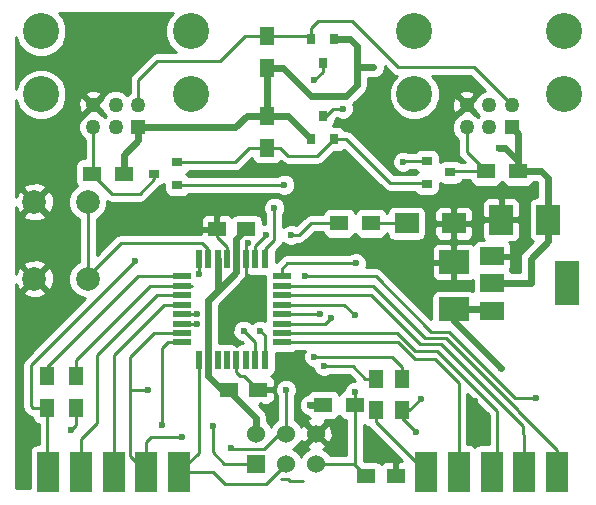
<source format=gtl>
G04 #@! TF.FileFunction,Copper,L1,Top,Signal*
%FSLAX46Y46*%
G04 Gerber Fmt 4.6, Leading zero omitted, Abs format (unit mm)*
G04 Created by KiCad (PCBNEW 4.0.7-e2-6376~58~ubuntu17.04.1) date Sun Mar  4 22:48:04 2018*
%MOMM*%
%LPD*%
G01*
G04 APERTURE LIST*
%ADD10C,0.100000*%
%ADD11R,1.270000X1.270000*%
%ADD12C,1.270000*%
%ADD13C,3.048000*%
%ADD14R,0.550000X1.600000*%
%ADD15R,1.600000X0.550000*%
%ADD16R,1.846667X3.480000*%
%ADD17R,0.900000X0.800000*%
%ADD18R,0.800000X0.900000*%
%ADD19R,2.000000X3.800000*%
%ADD20R,2.000000X1.500000*%
%ADD21R,1.300000X1.500000*%
%ADD22R,2.500000X2.000000*%
%ADD23R,2.000000X2.500000*%
%ADD24R,1.500000X1.250000*%
%ADD25R,1.500000X1.300000*%
%ADD26R,1.524000X1.524000*%
%ADD27C,1.524000*%
%ADD28R,2.000000X1.700000*%
%ADD29C,2.000000*%
%ADD30C,0.600000*%
%ADD31C,0.250000*%
%ADD32C,0.600000*%
%ADD33C,0.254000*%
G04 APERTURE END LIST*
D10*
D11*
X119105000Y-82388000D03*
D12*
X119105000Y-80483000D03*
X117200000Y-82388000D03*
X117200000Y-80483000D03*
X115295000Y-82388000D03*
X115295000Y-80483000D03*
D13*
X123550000Y-79594000D03*
X110850000Y-74260000D03*
X123550000Y-74260000D03*
X110850000Y-79594000D03*
D14*
X98200000Y-93550000D03*
X97400000Y-93550000D03*
X96600000Y-93550000D03*
X95800000Y-93550000D03*
X95000000Y-93550000D03*
X94200000Y-93550000D03*
X93400000Y-93550000D03*
X92600000Y-93550000D03*
D15*
X91150000Y-95000000D03*
X91150000Y-95800000D03*
X91150000Y-96600000D03*
X91150000Y-97400000D03*
X91150000Y-98200000D03*
X91150000Y-99000000D03*
X91150000Y-99800000D03*
X91150000Y-100600000D03*
D14*
X92600000Y-102050000D03*
X93400000Y-102050000D03*
X94200000Y-102050000D03*
X95000000Y-102050000D03*
X95800000Y-102050000D03*
X96600000Y-102050000D03*
X97400000Y-102050000D03*
X98200000Y-102050000D03*
D15*
X99650000Y-100600000D03*
X99650000Y-99800000D03*
X99650000Y-99000000D03*
X99650000Y-98200000D03*
X99650000Y-97400000D03*
X99650000Y-96600000D03*
X99650000Y-95800000D03*
X99650000Y-95000000D03*
D16*
X90940000Y-111600000D03*
X88170000Y-111600000D03*
X85400000Y-111600000D03*
X82630000Y-111600000D03*
X79860000Y-111600000D03*
X122940000Y-111600000D03*
X120170000Y-111600000D03*
X117400000Y-111600000D03*
X114630000Y-111600000D03*
X111860000Y-111600000D03*
D11*
X87505000Y-82388000D03*
D12*
X87505000Y-80483000D03*
X85600000Y-82388000D03*
X85600000Y-80483000D03*
X83695000Y-82388000D03*
X83695000Y-80483000D03*
D13*
X91950000Y-79594000D03*
X79250000Y-74260000D03*
X91950000Y-74260000D03*
X79250000Y-79594000D03*
D17*
X90800000Y-87250000D03*
X90800000Y-85350000D03*
X88800000Y-86300000D03*
X111900000Y-85250000D03*
X111900000Y-87150000D03*
X113900000Y-86200000D03*
D18*
X104050000Y-74900000D03*
X102150000Y-74900000D03*
X103100000Y-76900000D03*
X102150000Y-83400000D03*
X104050000Y-83400000D03*
X103100000Y-81400000D03*
D19*
X123750000Y-95600000D03*
D20*
X117450000Y-95600000D03*
X117450000Y-97900000D03*
X117450000Y-93300000D03*
D21*
X109800000Y-103650000D03*
X109800000Y-106350000D03*
X107600000Y-103650000D03*
X107600000Y-106350000D03*
X82200000Y-103450000D03*
X82200000Y-106150000D03*
X79800000Y-103450000D03*
X79800000Y-106150000D03*
D22*
X114200000Y-97800000D03*
X114200000Y-93800000D03*
D23*
X122200000Y-90200000D03*
X118200000Y-90200000D03*
D24*
X96650000Y-91000000D03*
X94150000Y-91000000D03*
X95150000Y-104600000D03*
X97650000Y-104600000D03*
D25*
X86250000Y-86300000D03*
X83550000Y-86300000D03*
X119650000Y-86100000D03*
X116950000Y-86100000D03*
D21*
X98400000Y-77350000D03*
X98400000Y-74650000D03*
X98400000Y-81400000D03*
X98400000Y-84100000D03*
D26*
X97460000Y-110870000D03*
D27*
X97460000Y-108330000D03*
X100000000Y-110870000D03*
X100000000Y-108330000D03*
X102540000Y-110870000D03*
X102540000Y-108330000D03*
D28*
X114200000Y-90500000D03*
X110200000Y-90500000D03*
D25*
X104500000Y-90500000D03*
X107200000Y-90500000D03*
D29*
X83200000Y-95200000D03*
X78700000Y-95200000D03*
X83200000Y-88700000D03*
X78700000Y-88700000D03*
D30*
X79300000Y-86600000D03*
X79300000Y-84200000D03*
X79300000Y-85000000D03*
X79300000Y-85800000D03*
X85600000Y-89400000D03*
X85600000Y-90200000D03*
X85600000Y-91000000D03*
X101600000Y-104100000D03*
X102400000Y-104100000D03*
X103200000Y-104100000D03*
X104000000Y-104100000D03*
X104500000Y-108200000D03*
X104500000Y-109000000D03*
X104500000Y-109800000D03*
D24*
X106800000Y-111900000D03*
X109300000Y-111900000D03*
D25*
X103150000Y-105900000D03*
X105850000Y-105900000D03*
D30*
X121200000Y-105300000D03*
X101600000Y-95000000D03*
X92600000Y-94800000D03*
X102000000Y-105900000D03*
X118200000Y-102800000D03*
X109300000Y-110500000D03*
X116015000Y-105515000D03*
X116015000Y-108600000D03*
X96000000Y-96700000D03*
X96800000Y-92200000D03*
X105900000Y-93900000D03*
X111400000Y-105400000D03*
X111000000Y-108200000D03*
X88300000Y-104600000D03*
X95300000Y-109500000D03*
X91200000Y-108600000D03*
X100000000Y-104600000D03*
X87200000Y-93700000D03*
X99000000Y-89200000D03*
X93800000Y-107700000D03*
X89500000Y-107600000D03*
X81800000Y-108000000D03*
X118000000Y-84100000D03*
X107400000Y-77300000D03*
X99850000Y-87250000D03*
X96400000Y-99600000D03*
X109900000Y-85300000D03*
X97800000Y-99600000D03*
X102400000Y-78400000D03*
X102900000Y-98200000D03*
X103800000Y-98500000D03*
X104800000Y-80800000D03*
X103200000Y-102600000D03*
X92500000Y-99000000D03*
X92500000Y-98200000D03*
X102400000Y-101800000D03*
X105800000Y-98300000D03*
X105800000Y-104800000D03*
X100400000Y-91500000D03*
X98300000Y-91500000D03*
D31*
X100300000Y-112300000D02*
X101400000Y-112300000D01*
X100200000Y-112200000D02*
X100300000Y-112300000D01*
X99600000Y-112200000D02*
X100200000Y-112200000D01*
X122940000Y-111600000D02*
X122940000Y-109740000D01*
X122940000Y-109740000D02*
X119600000Y-106400000D01*
X119600000Y-106400000D02*
X119600000Y-106300000D01*
X119600000Y-106300000D02*
X113500000Y-100200000D01*
X113500000Y-100200000D02*
X111800000Y-100200000D01*
X111800000Y-100200000D02*
X107400000Y-95800000D01*
X107400000Y-95800000D02*
X99650000Y-95800000D01*
X99650000Y-96600000D02*
X107200000Y-96600000D01*
X107200000Y-96600000D02*
X111300000Y-100700000D01*
X111300000Y-100700000D02*
X113100000Y-100700000D01*
X113100000Y-100700000D02*
X120100000Y-107700000D01*
X120100000Y-107700000D02*
X120100000Y-108360000D01*
X120100000Y-108360000D02*
X120170000Y-108430000D01*
X120170000Y-108430000D02*
X120170000Y-111600000D01*
X117400000Y-111600000D02*
X117900000Y-111100000D01*
X117900000Y-111100000D02*
X117900000Y-106400000D01*
X117900000Y-106400000D02*
X112800000Y-101300000D01*
X112800000Y-101300000D02*
X110900000Y-101300000D01*
X110900000Y-101300000D02*
X109400000Y-99800000D01*
X109400000Y-99800000D02*
X99650000Y-99800000D01*
X99650000Y-100600000D02*
X109500000Y-100600000D01*
X109500000Y-100600000D02*
X110900000Y-102000000D01*
X110900000Y-102000000D02*
X112600000Y-102000000D01*
X112600000Y-102000000D02*
X114600000Y-104000000D01*
X114600000Y-104000000D02*
X114600000Y-111570000D01*
X114600000Y-111570000D02*
X114630000Y-111600000D01*
X107600000Y-106350000D02*
X107600000Y-107340000D01*
X107600000Y-107340000D02*
X111860000Y-111600000D01*
X111800000Y-111540000D02*
X111860000Y-111600000D01*
X121200000Y-105300000D02*
X119400000Y-105300000D01*
X119400000Y-105300000D02*
X113800000Y-99700000D01*
X113800000Y-99700000D02*
X112300000Y-99700000D01*
X112300000Y-99700000D02*
X107600000Y-95000000D01*
X107600000Y-95000000D02*
X101600000Y-95000000D01*
X92600000Y-94800000D02*
X92600000Y-93550000D01*
D32*
X102000000Y-105900000D02*
X103200000Y-105900000D01*
X118200000Y-102800000D02*
X114200000Y-98800000D01*
X114200000Y-98800000D02*
X114200000Y-97800000D01*
X93400000Y-102000000D02*
X93400000Y-103400000D01*
X93400000Y-103400000D02*
X94600000Y-104600000D01*
X94600000Y-104600000D02*
X95100000Y-104600000D01*
X95100000Y-104600000D02*
X97460000Y-106960000D01*
X97460000Y-106960000D02*
X97460000Y-108330000D01*
X93400000Y-102050000D02*
X93400000Y-97000000D01*
X93400000Y-97000000D02*
X94200000Y-96200000D01*
X95800000Y-93550000D02*
X95800000Y-94600000D01*
X95800000Y-94600000D02*
X94200000Y-96200000D01*
X95800000Y-93550000D02*
X95800000Y-91850000D01*
X95800000Y-91850000D02*
X96650000Y-91000000D01*
X114200000Y-97800000D02*
X117350000Y-97800000D01*
D31*
X117350000Y-97800000D02*
X117450000Y-97900000D01*
X117400000Y-97950000D02*
X117450000Y-97900000D01*
D32*
X94200000Y-96200000D02*
X94200000Y-93550000D01*
D31*
X93400000Y-102050000D02*
X93400000Y-102850000D01*
X109300000Y-111900000D02*
X109300000Y-110500000D01*
X116015000Y-108600000D02*
X116015000Y-105515000D01*
X116100000Y-108500000D02*
X116015000Y-108585000D01*
X116015000Y-108585000D02*
X116015000Y-108600000D01*
X116100000Y-105800000D02*
X116100000Y-108500000D01*
X96600000Y-96100000D02*
X96000000Y-96700000D01*
X96600000Y-93550000D02*
X96600000Y-96100000D01*
X96600000Y-92400000D02*
X96800000Y-92200000D01*
X96600000Y-93550000D02*
X96600000Y-92400000D01*
X95800000Y-102050000D02*
X95800000Y-103100000D01*
X95800000Y-103100000D02*
X96100000Y-103400000D01*
X96100000Y-103400000D02*
X96450000Y-103400000D01*
X96450000Y-103400000D02*
X97650000Y-104600000D01*
X94150000Y-91650000D02*
X95000000Y-92500000D01*
X95000000Y-92500000D02*
X95000000Y-93550000D01*
X94150000Y-91000000D02*
X94150000Y-91650000D01*
X105900000Y-93900000D02*
X100100000Y-93900000D01*
X100100000Y-93900000D02*
X99650000Y-94350000D01*
X99650000Y-94350000D02*
X99650000Y-95000000D01*
X111400000Y-105400000D02*
X110450000Y-106350000D01*
X110450000Y-106350000D02*
X109800000Y-106350000D01*
X109800000Y-106350000D02*
X109800000Y-107000000D01*
X109800000Y-107000000D02*
X111000000Y-108200000D01*
X90940000Y-111600000D02*
X93800000Y-111600000D01*
X94800000Y-112600000D02*
X98270000Y-112600000D01*
X93800000Y-111600000D02*
X94800000Y-112600000D01*
X98270000Y-112600000D02*
X100000000Y-110870000D01*
X92600000Y-102050000D02*
X92600000Y-109940000D01*
X92600000Y-109940000D02*
X90940000Y-111600000D01*
X86800000Y-104600000D02*
X86800000Y-110230000D01*
X86800000Y-101800000D02*
X86800000Y-104600000D01*
X86800000Y-104600000D02*
X88300000Y-104600000D01*
X91150000Y-99800000D02*
X88800000Y-99800000D01*
X88800000Y-99800000D02*
X86800000Y-101800000D01*
X86800000Y-110230000D02*
X88170000Y-111600000D01*
X95300000Y-109500000D02*
X95400000Y-109600000D01*
X95400000Y-109600000D02*
X98100000Y-109600000D01*
X99370000Y-108330000D02*
X98100000Y-109600000D01*
X100000000Y-108330000D02*
X99370000Y-108330000D01*
X91200000Y-108600000D02*
X88600000Y-108600000D01*
X88600000Y-108600000D02*
X88170000Y-109030000D01*
X88170000Y-109030000D02*
X88170000Y-111600000D01*
X100000000Y-108330000D02*
X100000000Y-104600000D01*
X85400000Y-102200000D02*
X85400000Y-104600000D01*
X91150000Y-97400000D02*
X89700000Y-97400000D01*
X89700000Y-97400000D02*
X85400000Y-101700000D01*
X85400000Y-101700000D02*
X85400000Y-102200000D01*
X85400000Y-104600000D02*
X85400000Y-111600000D01*
X91150000Y-96600000D02*
X89100000Y-96600000D01*
X89100000Y-96600000D02*
X84000000Y-101700000D01*
X84000000Y-101700000D02*
X84000000Y-107400000D01*
X84000000Y-107400000D02*
X82630000Y-108770000D01*
X82630000Y-108770000D02*
X82630000Y-111600000D01*
X87200000Y-93700000D02*
X78400000Y-102500000D01*
X78400000Y-102500000D02*
X78400000Y-106000000D01*
X78400000Y-106000000D02*
X78550000Y-106150000D01*
X78550000Y-106150000D02*
X79800000Y-106150000D01*
X99000000Y-89200000D02*
X99000000Y-91900000D01*
X99000000Y-91900000D02*
X98200000Y-92700000D01*
X98200000Y-92700000D02*
X98200000Y-93550000D01*
X79800000Y-106150000D02*
X79800000Y-111540000D01*
X79800000Y-111540000D02*
X79860000Y-111600000D01*
X93800000Y-109900000D02*
X93800000Y-107700000D01*
X94770000Y-110870000D02*
X93800000Y-109900000D01*
X97460000Y-110870000D02*
X94770000Y-110870000D01*
X89500000Y-107600000D02*
X89500000Y-101100000D01*
X89500000Y-101100000D02*
X90000000Y-100600000D01*
X90000000Y-100600000D02*
X91150000Y-100600000D01*
X82200000Y-106150000D02*
X82200000Y-107600000D01*
X82200000Y-107600000D02*
X81800000Y-108000000D01*
D32*
X104050000Y-74900000D02*
X105400000Y-74900000D01*
X118000000Y-84100000D02*
X118500000Y-84100000D01*
X118500000Y-84100000D02*
X119650000Y-85250000D01*
X119650000Y-85250000D02*
X119650000Y-86100000D01*
X106000000Y-77300000D02*
X106000000Y-75500000D01*
X106000000Y-78800000D02*
X106000000Y-77300000D01*
X106000000Y-77300000D02*
X107400000Y-77300000D01*
X106000000Y-75500000D02*
X105400000Y-74900000D01*
X95688000Y-82388000D02*
X96676000Y-81400000D01*
X87505000Y-82388000D02*
X95688000Y-82388000D01*
X119650000Y-86100000D02*
X119650000Y-82933000D01*
X119650000Y-82933000D02*
X119105000Y-82388000D01*
X87505000Y-83495000D02*
X86250000Y-84750000D01*
X86250000Y-84750000D02*
X86250000Y-86300000D01*
X87505000Y-82388000D02*
X87505000Y-83495000D01*
X121600000Y-86100000D02*
X122200000Y-86700000D01*
X122200000Y-86700000D02*
X122200000Y-90200000D01*
X119650000Y-86100000D02*
X121600000Y-86100000D01*
X120700000Y-93500000D02*
X122200000Y-92000000D01*
X122200000Y-92000000D02*
X122200000Y-90200000D01*
X120700000Y-95600000D02*
X120700000Y-93500000D01*
X117450000Y-95600000D02*
X120700000Y-95600000D01*
X98400000Y-77350000D02*
X99750000Y-77350000D01*
X99750000Y-77350000D02*
X102100000Y-79700000D01*
X102100000Y-79700000D02*
X105100000Y-79700000D01*
X105100000Y-79700000D02*
X106000000Y-78800000D01*
X96676000Y-81400000D02*
X98400000Y-81400000D01*
X98400000Y-81400000D02*
X100150000Y-81400000D01*
X100150000Y-81400000D02*
X102150000Y-83400000D01*
X98400000Y-77350000D02*
X98400000Y-81400000D01*
D31*
X109500000Y-77300000D02*
X115922000Y-77300000D01*
X115922000Y-77300000D02*
X119105000Y-80483000D01*
X105600000Y-73400000D02*
X109500000Y-77300000D01*
X102700000Y-73400000D02*
X105600000Y-73400000D01*
X102150000Y-73950000D02*
X102700000Y-73400000D01*
X102150000Y-74900000D02*
X102150000Y-73950000D01*
X98400000Y-74650000D02*
X101900000Y-74650000D01*
X101900000Y-74650000D02*
X102150000Y-74900000D01*
X94400000Y-76800000D02*
X96550000Y-74650000D01*
X96550000Y-74650000D02*
X98400000Y-74650000D01*
X89100000Y-76800000D02*
X94400000Y-76800000D01*
X87505000Y-78395000D02*
X89100000Y-76800000D01*
X87505000Y-80483000D02*
X87505000Y-78395000D01*
X90800000Y-87250000D02*
X99850000Y-87250000D01*
X97400000Y-100600000D02*
X96400000Y-99600000D01*
X97400000Y-102050000D02*
X97400000Y-100600000D01*
X109900000Y-85300000D02*
X109950000Y-85250000D01*
X109950000Y-85250000D02*
X111900000Y-85250000D01*
X98200000Y-100000000D02*
X97800000Y-99600000D01*
X98200000Y-102050000D02*
X98200000Y-100000000D01*
X102400000Y-78400000D02*
X103100000Y-77700000D01*
X103100000Y-77700000D02*
X103100000Y-76900000D01*
X99650000Y-98200000D02*
X102900000Y-98200000D01*
X103800000Y-98500000D02*
X103300000Y-99000000D01*
X103300000Y-99000000D02*
X99650000Y-99000000D01*
X104800000Y-80800000D02*
X104000000Y-80800000D01*
X104000000Y-80800000D02*
X103400000Y-81400000D01*
X103400000Y-81400000D02*
X103100000Y-81400000D01*
X103200000Y-102600000D02*
X105650000Y-102600000D01*
X105650000Y-102600000D02*
X106700000Y-103650000D01*
X106700000Y-103650000D02*
X107600000Y-103650000D01*
X91150000Y-99000000D02*
X92500000Y-99000000D01*
X91150000Y-98200000D02*
X92500000Y-98200000D01*
X102400000Y-101800000D02*
X108950000Y-101800000D01*
X108950000Y-101800000D02*
X109800000Y-102650000D01*
X109800000Y-102650000D02*
X109800000Y-103650000D01*
X82200000Y-103450000D02*
X82200000Y-102100000D01*
X82200000Y-102100000D02*
X88500000Y-95800000D01*
X88500000Y-95800000D02*
X91150000Y-95800000D01*
X92000000Y-95800000D02*
X91150000Y-95800000D01*
X79800000Y-103450000D02*
X79800000Y-102700000D01*
X79800000Y-102700000D02*
X87500000Y-95000000D01*
X87500000Y-95000000D02*
X91150000Y-95000000D01*
X105800000Y-104800000D02*
X105800000Y-105850000D01*
X105800000Y-105850000D02*
X105850000Y-105900000D01*
X105730000Y-110870000D02*
X105770000Y-110870000D01*
X105770000Y-110870000D02*
X106800000Y-111900000D01*
X105800000Y-104800000D02*
X105800000Y-110800000D01*
X105800000Y-110800000D02*
X105730000Y-110870000D01*
X105730000Y-110870000D02*
X102540000Y-110870000D01*
X105800000Y-98300000D02*
X104900000Y-97400000D01*
X104900000Y-97400000D02*
X99650000Y-97400000D01*
X87600000Y-88000000D02*
X85250000Y-88000000D01*
X85250000Y-88000000D02*
X83550000Y-86300000D01*
X88800000Y-86800000D02*
X87600000Y-88000000D01*
X88800000Y-86300000D02*
X88800000Y-86800000D01*
X83695000Y-82388000D02*
X83695000Y-86155000D01*
X83695000Y-86155000D02*
X83550000Y-86300000D01*
X116950000Y-86100000D02*
X114000000Y-86100000D01*
X114000000Y-86100000D02*
X113900000Y-86200000D01*
X115295000Y-82388000D02*
X115295000Y-84445000D01*
X115295000Y-84445000D02*
X116950000Y-86100000D01*
X90800000Y-85350000D02*
X95650000Y-85350000D01*
X95650000Y-85350000D02*
X96900000Y-84100000D01*
X96900000Y-84100000D02*
X98400000Y-84100000D01*
X104050000Y-83400000D02*
X105100000Y-83400000D01*
X105100000Y-83400000D02*
X108800000Y-87100000D01*
X108800000Y-87100000D02*
X111850000Y-87100000D01*
X111850000Y-87100000D02*
X111900000Y-87150000D01*
X98400000Y-84100000D02*
X99500000Y-84100000D01*
X99500000Y-84100000D02*
X100200000Y-84800000D01*
X100200000Y-84800000D02*
X102650000Y-84800000D01*
X102650000Y-84800000D02*
X104050000Y-83400000D01*
X107200000Y-90500000D02*
X110200000Y-90500000D01*
X101100000Y-91500000D02*
X102100000Y-90500000D01*
X102100000Y-90500000D02*
X104500000Y-90500000D01*
X100400000Y-91500000D02*
X101100000Y-91500000D01*
X98300000Y-91500000D02*
X97400000Y-92400000D01*
X97400000Y-92400000D02*
X97400000Y-93550000D01*
X85200000Y-93000000D02*
X83200000Y-95000000D01*
X86000000Y-92200000D02*
X85200000Y-93000000D01*
X85200000Y-93000000D02*
X84000000Y-94200000D01*
X83200000Y-93700000D02*
X83200000Y-90500000D01*
X83200000Y-95000000D02*
X83200000Y-93700000D01*
X83200000Y-93700000D02*
X83200000Y-95200000D01*
X83200000Y-90500000D02*
X83200000Y-89300000D01*
X83200000Y-90500000D02*
X83200000Y-88700000D01*
X93400000Y-93550000D02*
X93400000Y-92700000D01*
X93400000Y-92700000D02*
X92900000Y-92200000D01*
X92900000Y-92200000D02*
X86000000Y-92200000D01*
X83200000Y-89300000D02*
X82800000Y-88900000D01*
D33*
G36*
X90120756Y-73035428D02*
X89791376Y-73828664D01*
X89790626Y-74687567D01*
X90118622Y-75481377D01*
X90676270Y-76040000D01*
X89100000Y-76040000D01*
X88809161Y-76097852D01*
X88562599Y-76262599D01*
X86967599Y-77857599D01*
X86802852Y-78104161D01*
X86745000Y-78395000D01*
X86745000Y-79447188D01*
X86552405Y-79639447D01*
X86320337Y-79406974D01*
X85853727Y-79213221D01*
X85348490Y-79212780D01*
X84881542Y-79405718D01*
X84523974Y-79762663D01*
X84473580Y-79884025D01*
X83874605Y-80483000D01*
X84473186Y-81081581D01*
X84522718Y-81201458D01*
X84756447Y-81435595D01*
X84647405Y-81544447D01*
X84415337Y-81311974D01*
X84293975Y-81261580D01*
X83695000Y-80662605D01*
X83096419Y-81261186D01*
X82976542Y-81310718D01*
X82618974Y-81667663D01*
X82425221Y-82134273D01*
X82424780Y-82639510D01*
X82617718Y-83106458D01*
X82935000Y-83424294D01*
X82935000Y-85002560D01*
X82800000Y-85002560D01*
X82564683Y-85046838D01*
X82348559Y-85185910D01*
X82203569Y-85398110D01*
X82152560Y-85650000D01*
X82152560Y-86950000D01*
X82196838Y-87185317D01*
X82278226Y-87311797D01*
X82275057Y-87313106D01*
X81814722Y-87772637D01*
X81565284Y-88373352D01*
X81564716Y-89023795D01*
X81813106Y-89624943D01*
X82272637Y-90085278D01*
X82440000Y-90154773D01*
X82440000Y-93744953D01*
X82275057Y-93813106D01*
X81814722Y-94272637D01*
X81565284Y-94873352D01*
X81564716Y-95523795D01*
X81813106Y-96124943D01*
X82272637Y-96585278D01*
X82873352Y-96834716D01*
X82990380Y-96834818D01*
X77862599Y-101962599D01*
X77697852Y-102209161D01*
X77640000Y-102500000D01*
X77640000Y-106000000D01*
X77697852Y-106290839D01*
X77862599Y-106537401D01*
X78012599Y-106687401D01*
X78259161Y-106852148D01*
X78502670Y-106900585D01*
X78546838Y-107135317D01*
X78685910Y-107351441D01*
X78898110Y-107496431D01*
X79040000Y-107525164D01*
X79040000Y-109212560D01*
X78936667Y-109212560D01*
X78701350Y-109256838D01*
X78485226Y-109395910D01*
X78340236Y-109608110D01*
X78289227Y-109860000D01*
X78289227Y-112890000D01*
X77110000Y-112890000D01*
X77110000Y-96352532D01*
X77727073Y-96352532D01*
X77825736Y-96619387D01*
X78435461Y-96845908D01*
X79085460Y-96821856D01*
X79574264Y-96619387D01*
X79672927Y-96352532D01*
X78700000Y-95379605D01*
X77727073Y-96352532D01*
X77110000Y-96352532D01*
X77110000Y-95662367D01*
X77280613Y-96074264D01*
X77547468Y-96172927D01*
X78520395Y-95200000D01*
X78879605Y-95200000D01*
X79852532Y-96172927D01*
X80119387Y-96074264D01*
X80345908Y-95464539D01*
X80321856Y-94814540D01*
X80119387Y-94325736D01*
X79852532Y-94227073D01*
X78879605Y-95200000D01*
X78520395Y-95200000D01*
X77547468Y-94227073D01*
X77280613Y-94325736D01*
X77110000Y-94784974D01*
X77110000Y-94047468D01*
X77727073Y-94047468D01*
X78700000Y-95020395D01*
X79672927Y-94047468D01*
X79574264Y-93780613D01*
X78964539Y-93554092D01*
X78314540Y-93578144D01*
X77825736Y-93780613D01*
X77727073Y-94047468D01*
X77110000Y-94047468D01*
X77110000Y-89852532D01*
X77727073Y-89852532D01*
X77825736Y-90119387D01*
X78435461Y-90345908D01*
X79085460Y-90321856D01*
X79574264Y-90119387D01*
X79672927Y-89852532D01*
X78700000Y-88879605D01*
X77727073Y-89852532D01*
X77110000Y-89852532D01*
X77110000Y-89162367D01*
X77280613Y-89574264D01*
X77547468Y-89672927D01*
X78520395Y-88700000D01*
X78879605Y-88700000D01*
X79852532Y-89672927D01*
X80119387Y-89574264D01*
X80345908Y-88964539D01*
X80321856Y-88314540D01*
X80119387Y-87825736D01*
X79852532Y-87727073D01*
X78879605Y-88700000D01*
X78520395Y-88700000D01*
X77547468Y-87727073D01*
X77280613Y-87825736D01*
X77110000Y-88284974D01*
X77110000Y-87547468D01*
X77727073Y-87547468D01*
X78700000Y-88520395D01*
X79672927Y-87547468D01*
X79574264Y-87280613D01*
X78964539Y-87054092D01*
X78314540Y-87078144D01*
X77825736Y-87280613D01*
X77727073Y-87547468D01*
X77110000Y-87547468D01*
X77110000Y-80068456D01*
X77418622Y-80815377D01*
X78025428Y-81423244D01*
X78818664Y-81752624D01*
X79677567Y-81753374D01*
X80471377Y-81425378D01*
X81079244Y-80818572D01*
X81292221Y-80305664D01*
X82412319Y-80305664D01*
X82442094Y-80810023D01*
X82577821Y-81137697D01*
X82806867Y-81191528D01*
X83515395Y-80483000D01*
X82806867Y-79774472D01*
X82577821Y-79828303D01*
X82412319Y-80305664D01*
X81292221Y-80305664D01*
X81408624Y-80025336D01*
X81408999Y-79594867D01*
X82986472Y-79594867D01*
X83695000Y-80303395D01*
X84403528Y-79594867D01*
X84349697Y-79365821D01*
X83872336Y-79200319D01*
X83367977Y-79230094D01*
X83040303Y-79365821D01*
X82986472Y-79594867D01*
X81408999Y-79594867D01*
X81409374Y-79166433D01*
X81081378Y-78372623D01*
X80474572Y-77764756D01*
X79681336Y-77435376D01*
X78822433Y-77434626D01*
X78028623Y-77762622D01*
X77420756Y-78369428D01*
X77110000Y-79117812D01*
X77110000Y-74734456D01*
X77418622Y-75481377D01*
X78025428Y-76089244D01*
X78818664Y-76418624D01*
X79677567Y-76419374D01*
X80471377Y-76091378D01*
X81079244Y-75484572D01*
X81408624Y-74691336D01*
X81409374Y-73832433D01*
X81081378Y-73038623D01*
X80753329Y-72710000D01*
X90446753Y-72710000D01*
X90120756Y-73035428D01*
X90120756Y-73035428D01*
G37*
X90120756Y-73035428D02*
X89791376Y-73828664D01*
X89790626Y-74687567D01*
X90118622Y-75481377D01*
X90676270Y-76040000D01*
X89100000Y-76040000D01*
X88809161Y-76097852D01*
X88562599Y-76262599D01*
X86967599Y-77857599D01*
X86802852Y-78104161D01*
X86745000Y-78395000D01*
X86745000Y-79447188D01*
X86552405Y-79639447D01*
X86320337Y-79406974D01*
X85853727Y-79213221D01*
X85348490Y-79212780D01*
X84881542Y-79405718D01*
X84523974Y-79762663D01*
X84473580Y-79884025D01*
X83874605Y-80483000D01*
X84473186Y-81081581D01*
X84522718Y-81201458D01*
X84756447Y-81435595D01*
X84647405Y-81544447D01*
X84415337Y-81311974D01*
X84293975Y-81261580D01*
X83695000Y-80662605D01*
X83096419Y-81261186D01*
X82976542Y-81310718D01*
X82618974Y-81667663D01*
X82425221Y-82134273D01*
X82424780Y-82639510D01*
X82617718Y-83106458D01*
X82935000Y-83424294D01*
X82935000Y-85002560D01*
X82800000Y-85002560D01*
X82564683Y-85046838D01*
X82348559Y-85185910D01*
X82203569Y-85398110D01*
X82152560Y-85650000D01*
X82152560Y-86950000D01*
X82196838Y-87185317D01*
X82278226Y-87311797D01*
X82275057Y-87313106D01*
X81814722Y-87772637D01*
X81565284Y-88373352D01*
X81564716Y-89023795D01*
X81813106Y-89624943D01*
X82272637Y-90085278D01*
X82440000Y-90154773D01*
X82440000Y-93744953D01*
X82275057Y-93813106D01*
X81814722Y-94272637D01*
X81565284Y-94873352D01*
X81564716Y-95523795D01*
X81813106Y-96124943D01*
X82272637Y-96585278D01*
X82873352Y-96834716D01*
X82990380Y-96834818D01*
X77862599Y-101962599D01*
X77697852Y-102209161D01*
X77640000Y-102500000D01*
X77640000Y-106000000D01*
X77697852Y-106290839D01*
X77862599Y-106537401D01*
X78012599Y-106687401D01*
X78259161Y-106852148D01*
X78502670Y-106900585D01*
X78546838Y-107135317D01*
X78685910Y-107351441D01*
X78898110Y-107496431D01*
X79040000Y-107525164D01*
X79040000Y-109212560D01*
X78936667Y-109212560D01*
X78701350Y-109256838D01*
X78485226Y-109395910D01*
X78340236Y-109608110D01*
X78289227Y-109860000D01*
X78289227Y-112890000D01*
X77110000Y-112890000D01*
X77110000Y-96352532D01*
X77727073Y-96352532D01*
X77825736Y-96619387D01*
X78435461Y-96845908D01*
X79085460Y-96821856D01*
X79574264Y-96619387D01*
X79672927Y-96352532D01*
X78700000Y-95379605D01*
X77727073Y-96352532D01*
X77110000Y-96352532D01*
X77110000Y-95662367D01*
X77280613Y-96074264D01*
X77547468Y-96172927D01*
X78520395Y-95200000D01*
X78879605Y-95200000D01*
X79852532Y-96172927D01*
X80119387Y-96074264D01*
X80345908Y-95464539D01*
X80321856Y-94814540D01*
X80119387Y-94325736D01*
X79852532Y-94227073D01*
X78879605Y-95200000D01*
X78520395Y-95200000D01*
X77547468Y-94227073D01*
X77280613Y-94325736D01*
X77110000Y-94784974D01*
X77110000Y-94047468D01*
X77727073Y-94047468D01*
X78700000Y-95020395D01*
X79672927Y-94047468D01*
X79574264Y-93780613D01*
X78964539Y-93554092D01*
X78314540Y-93578144D01*
X77825736Y-93780613D01*
X77727073Y-94047468D01*
X77110000Y-94047468D01*
X77110000Y-89852532D01*
X77727073Y-89852532D01*
X77825736Y-90119387D01*
X78435461Y-90345908D01*
X79085460Y-90321856D01*
X79574264Y-90119387D01*
X79672927Y-89852532D01*
X78700000Y-88879605D01*
X77727073Y-89852532D01*
X77110000Y-89852532D01*
X77110000Y-89162367D01*
X77280613Y-89574264D01*
X77547468Y-89672927D01*
X78520395Y-88700000D01*
X78879605Y-88700000D01*
X79852532Y-89672927D01*
X80119387Y-89574264D01*
X80345908Y-88964539D01*
X80321856Y-88314540D01*
X80119387Y-87825736D01*
X79852532Y-87727073D01*
X78879605Y-88700000D01*
X78520395Y-88700000D01*
X77547468Y-87727073D01*
X77280613Y-87825736D01*
X77110000Y-88284974D01*
X77110000Y-87547468D01*
X77727073Y-87547468D01*
X78700000Y-88520395D01*
X79672927Y-87547468D01*
X79574264Y-87280613D01*
X78964539Y-87054092D01*
X78314540Y-87078144D01*
X77825736Y-87280613D01*
X77727073Y-87547468D01*
X77110000Y-87547468D01*
X77110000Y-80068456D01*
X77418622Y-80815377D01*
X78025428Y-81423244D01*
X78818664Y-81752624D01*
X79677567Y-81753374D01*
X80471377Y-81425378D01*
X81079244Y-80818572D01*
X81292221Y-80305664D01*
X82412319Y-80305664D01*
X82442094Y-80810023D01*
X82577821Y-81137697D01*
X82806867Y-81191528D01*
X83515395Y-80483000D01*
X82806867Y-79774472D01*
X82577821Y-79828303D01*
X82412319Y-80305664D01*
X81292221Y-80305664D01*
X81408624Y-80025336D01*
X81408999Y-79594867D01*
X82986472Y-79594867D01*
X83695000Y-80303395D01*
X84403528Y-79594867D01*
X84349697Y-79365821D01*
X83872336Y-79200319D01*
X83367977Y-79230094D01*
X83040303Y-79365821D01*
X82986472Y-79594867D01*
X81408999Y-79594867D01*
X81409374Y-79166433D01*
X81081378Y-78372623D01*
X80474572Y-77764756D01*
X79681336Y-77435376D01*
X78822433Y-77434626D01*
X78028623Y-77762622D01*
X77420756Y-78369428D01*
X77110000Y-79117812D01*
X77110000Y-74734456D01*
X77418622Y-75481377D01*
X78025428Y-76089244D01*
X78818664Y-76418624D01*
X79677567Y-76419374D01*
X80471377Y-76091378D01*
X81079244Y-75484572D01*
X81408624Y-74691336D01*
X81409374Y-73832433D01*
X81081378Y-73038623D01*
X80753329Y-72710000D01*
X90446753Y-72710000D01*
X90120756Y-73035428D01*
G36*
X106698110Y-107696431D02*
X106950000Y-107747440D01*
X106975762Y-107747440D01*
X107062599Y-107877401D01*
X109825198Y-110640000D01*
X109585750Y-110640000D01*
X109427000Y-110798750D01*
X109427000Y-111773000D01*
X109447000Y-111773000D01*
X109447000Y-112027000D01*
X109427000Y-112027000D01*
X109427000Y-112047000D01*
X109173000Y-112047000D01*
X109173000Y-112027000D01*
X109153000Y-112027000D01*
X109153000Y-111773000D01*
X109173000Y-111773000D01*
X109173000Y-110798750D01*
X109014250Y-110640000D01*
X108423691Y-110640000D01*
X108190302Y-110736673D01*
X108049064Y-110877910D01*
X108014090Y-110823559D01*
X107801890Y-110678569D01*
X107550000Y-110627560D01*
X106602362Y-110627560D01*
X106560000Y-110585198D01*
X106560000Y-107602065D01*
X106698110Y-107696431D01*
X106698110Y-107696431D01*
G37*
X106698110Y-107696431D02*
X106950000Y-107747440D01*
X106975762Y-107747440D01*
X107062599Y-107877401D01*
X109825198Y-110640000D01*
X109585750Y-110640000D01*
X109427000Y-110798750D01*
X109427000Y-111773000D01*
X109447000Y-111773000D01*
X109447000Y-112027000D01*
X109427000Y-112027000D01*
X109427000Y-112047000D01*
X109173000Y-112047000D01*
X109173000Y-112027000D01*
X109153000Y-112027000D01*
X109153000Y-111773000D01*
X109173000Y-111773000D01*
X109173000Y-110798750D01*
X109014250Y-110640000D01*
X108423691Y-110640000D01*
X108190302Y-110736673D01*
X108049064Y-110877910D01*
X108014090Y-110823559D01*
X107801890Y-110678569D01*
X107550000Y-110627560D01*
X106602362Y-110627560D01*
X106560000Y-110585198D01*
X106560000Y-107602065D01*
X106698110Y-107696431D01*
G36*
X101465162Y-101613201D02*
X101464838Y-101985167D01*
X101606883Y-102328943D01*
X101869673Y-102592192D01*
X102213201Y-102734838D01*
X102264882Y-102734883D01*
X102264838Y-102785167D01*
X102406883Y-103128943D01*
X102669673Y-103392192D01*
X103013201Y-103534838D01*
X103385167Y-103535162D01*
X103728943Y-103393117D01*
X103762118Y-103360000D01*
X105335198Y-103360000D01*
X105840232Y-103865034D01*
X105614833Y-103864838D01*
X105271057Y-104006883D01*
X105007808Y-104269673D01*
X104865162Y-104613201D01*
X104865133Y-104646753D01*
X104864683Y-104646838D01*
X104648559Y-104785910D01*
X104503569Y-104998110D01*
X104500919Y-105011197D01*
X104364090Y-104798559D01*
X104151890Y-104653569D01*
X103900000Y-104602560D01*
X102400000Y-104602560D01*
X102164683Y-104646838D01*
X101948559Y-104785910D01*
X101826296Y-104964848D01*
X101814833Y-104964838D01*
X101471057Y-105106883D01*
X101207808Y-105369673D01*
X101065162Y-105713201D01*
X101064838Y-106085167D01*
X101206883Y-106428943D01*
X101469673Y-106692192D01*
X101813201Y-106834838D01*
X101828713Y-106834852D01*
X101935910Y-107001441D01*
X101984690Y-107034771D01*
X101808857Y-107107603D01*
X101739392Y-107349787D01*
X102540000Y-108150395D01*
X103340608Y-107349787D01*
X103296911Y-107197440D01*
X103900000Y-107197440D01*
X104135317Y-107153162D01*
X104351441Y-107014090D01*
X104496431Y-106801890D01*
X104499081Y-106788803D01*
X104635910Y-107001441D01*
X104848110Y-107146431D01*
X105040000Y-107185290D01*
X105040000Y-110110000D01*
X103737531Y-110110000D01*
X103725010Y-110079697D01*
X103332370Y-109686371D01*
X103140273Y-109606605D01*
X103271143Y-109552397D01*
X103340608Y-109310213D01*
X102540000Y-108509605D01*
X101739392Y-109310213D01*
X101808857Y-109552397D01*
X101949318Y-109602509D01*
X101749697Y-109684990D01*
X101356371Y-110077630D01*
X101270051Y-110285512D01*
X101185010Y-110079697D01*
X100792370Y-109686371D01*
X100584488Y-109600051D01*
X100790303Y-109515010D01*
X101183629Y-109122370D01*
X101263395Y-108930273D01*
X101317603Y-109061143D01*
X101559787Y-109130608D01*
X102360395Y-108330000D01*
X102719605Y-108330000D01*
X103520213Y-109130608D01*
X103762397Y-109061143D01*
X103949144Y-108537698D01*
X103921362Y-107982632D01*
X103762397Y-107598857D01*
X103520213Y-107529392D01*
X102719605Y-108330000D01*
X102360395Y-108330000D01*
X101559787Y-107529392D01*
X101317603Y-107598857D01*
X101267491Y-107739318D01*
X101185010Y-107539697D01*
X100792370Y-107146371D01*
X100760000Y-107132930D01*
X100760000Y-105162463D01*
X100792192Y-105130327D01*
X100934838Y-104786799D01*
X100935162Y-104414833D01*
X100793117Y-104071057D01*
X100530327Y-103807808D01*
X100186799Y-103665162D01*
X99814833Y-103664838D01*
X99471057Y-103806883D01*
X99207808Y-104069673D01*
X99065162Y-104413201D01*
X99064838Y-104785167D01*
X99206883Y-105128943D01*
X99240000Y-105162118D01*
X99240000Y-107132469D01*
X99209697Y-107144990D01*
X98816371Y-107537630D01*
X98730051Y-107745512D01*
X98645010Y-107539697D01*
X98395000Y-107289250D01*
X98395000Y-106960000D01*
X98323827Y-106602191D01*
X98121145Y-106298855D01*
X97682290Y-105860000D01*
X97777002Y-105860000D01*
X97777002Y-105701252D01*
X97935750Y-105860000D01*
X98526309Y-105860000D01*
X98759698Y-105763327D01*
X98938327Y-105584699D01*
X99035000Y-105351310D01*
X99035000Y-104885750D01*
X98876250Y-104727000D01*
X97777000Y-104727000D01*
X97777000Y-104747000D01*
X97523000Y-104747000D01*
X97523000Y-104727000D01*
X97503000Y-104727000D01*
X97503000Y-104473000D01*
X97523000Y-104473000D01*
X97523000Y-104453000D01*
X97777000Y-104453000D01*
X97777000Y-104473000D01*
X98876250Y-104473000D01*
X99035000Y-104314250D01*
X99035000Y-103848690D01*
X98938327Y-103615301D01*
X98759698Y-103436673D01*
X98745245Y-103430686D01*
X98926441Y-103314090D01*
X99071431Y-103101890D01*
X99122440Y-102850000D01*
X99122440Y-101522440D01*
X100450000Y-101522440D01*
X100685317Y-101478162D01*
X100868946Y-101360000D01*
X101570301Y-101360000D01*
X101465162Y-101613201D01*
X101465162Y-101613201D01*
G37*
X101465162Y-101613201D02*
X101464838Y-101985167D01*
X101606883Y-102328943D01*
X101869673Y-102592192D01*
X102213201Y-102734838D01*
X102264882Y-102734883D01*
X102264838Y-102785167D01*
X102406883Y-103128943D01*
X102669673Y-103392192D01*
X103013201Y-103534838D01*
X103385167Y-103535162D01*
X103728943Y-103393117D01*
X103762118Y-103360000D01*
X105335198Y-103360000D01*
X105840232Y-103865034D01*
X105614833Y-103864838D01*
X105271057Y-104006883D01*
X105007808Y-104269673D01*
X104865162Y-104613201D01*
X104865133Y-104646753D01*
X104864683Y-104646838D01*
X104648559Y-104785910D01*
X104503569Y-104998110D01*
X104500919Y-105011197D01*
X104364090Y-104798559D01*
X104151890Y-104653569D01*
X103900000Y-104602560D01*
X102400000Y-104602560D01*
X102164683Y-104646838D01*
X101948559Y-104785910D01*
X101826296Y-104964848D01*
X101814833Y-104964838D01*
X101471057Y-105106883D01*
X101207808Y-105369673D01*
X101065162Y-105713201D01*
X101064838Y-106085167D01*
X101206883Y-106428943D01*
X101469673Y-106692192D01*
X101813201Y-106834838D01*
X101828713Y-106834852D01*
X101935910Y-107001441D01*
X101984690Y-107034771D01*
X101808857Y-107107603D01*
X101739392Y-107349787D01*
X102540000Y-108150395D01*
X103340608Y-107349787D01*
X103296911Y-107197440D01*
X103900000Y-107197440D01*
X104135317Y-107153162D01*
X104351441Y-107014090D01*
X104496431Y-106801890D01*
X104499081Y-106788803D01*
X104635910Y-107001441D01*
X104848110Y-107146431D01*
X105040000Y-107185290D01*
X105040000Y-110110000D01*
X103737531Y-110110000D01*
X103725010Y-110079697D01*
X103332370Y-109686371D01*
X103140273Y-109606605D01*
X103271143Y-109552397D01*
X103340608Y-109310213D01*
X102540000Y-108509605D01*
X101739392Y-109310213D01*
X101808857Y-109552397D01*
X101949318Y-109602509D01*
X101749697Y-109684990D01*
X101356371Y-110077630D01*
X101270051Y-110285512D01*
X101185010Y-110079697D01*
X100792370Y-109686371D01*
X100584488Y-109600051D01*
X100790303Y-109515010D01*
X101183629Y-109122370D01*
X101263395Y-108930273D01*
X101317603Y-109061143D01*
X101559787Y-109130608D01*
X102360395Y-108330000D01*
X102719605Y-108330000D01*
X103520213Y-109130608D01*
X103762397Y-109061143D01*
X103949144Y-108537698D01*
X103921362Y-107982632D01*
X103762397Y-107598857D01*
X103520213Y-107529392D01*
X102719605Y-108330000D01*
X102360395Y-108330000D01*
X101559787Y-107529392D01*
X101317603Y-107598857D01*
X101267491Y-107739318D01*
X101185010Y-107539697D01*
X100792370Y-107146371D01*
X100760000Y-107132930D01*
X100760000Y-105162463D01*
X100792192Y-105130327D01*
X100934838Y-104786799D01*
X100935162Y-104414833D01*
X100793117Y-104071057D01*
X100530327Y-103807808D01*
X100186799Y-103665162D01*
X99814833Y-103664838D01*
X99471057Y-103806883D01*
X99207808Y-104069673D01*
X99065162Y-104413201D01*
X99064838Y-104785167D01*
X99206883Y-105128943D01*
X99240000Y-105162118D01*
X99240000Y-107132469D01*
X99209697Y-107144990D01*
X98816371Y-107537630D01*
X98730051Y-107745512D01*
X98645010Y-107539697D01*
X98395000Y-107289250D01*
X98395000Y-106960000D01*
X98323827Y-106602191D01*
X98121145Y-106298855D01*
X97682290Y-105860000D01*
X97777002Y-105860000D01*
X97777002Y-105701252D01*
X97935750Y-105860000D01*
X98526309Y-105860000D01*
X98759698Y-105763327D01*
X98938327Y-105584699D01*
X99035000Y-105351310D01*
X99035000Y-104885750D01*
X98876250Y-104727000D01*
X97777000Y-104727000D01*
X97777000Y-104747000D01*
X97523000Y-104747000D01*
X97523000Y-104727000D01*
X97503000Y-104727000D01*
X97503000Y-104473000D01*
X97523000Y-104473000D01*
X97523000Y-104453000D01*
X97777000Y-104453000D01*
X97777000Y-104473000D01*
X98876250Y-104473000D01*
X99035000Y-104314250D01*
X99035000Y-103848690D01*
X98938327Y-103615301D01*
X98759698Y-103436673D01*
X98745245Y-103430686D01*
X98926441Y-103314090D01*
X99071431Y-103101890D01*
X99122440Y-102850000D01*
X99122440Y-101522440D01*
X100450000Y-101522440D01*
X100685317Y-101478162D01*
X100868946Y-101360000D01*
X101570301Y-101360000D01*
X101465162Y-101613201D01*
G36*
X117140000Y-106714802D02*
X117140000Y-109212560D01*
X116476667Y-109212560D01*
X116241350Y-109256838D01*
X116025226Y-109395910D01*
X116016851Y-109408168D01*
X115805223Y-109263569D01*
X115553333Y-109212560D01*
X115360000Y-109212560D01*
X115360000Y-104934802D01*
X117140000Y-106714802D01*
X117140000Y-106714802D01*
G37*
X117140000Y-106714802D02*
X117140000Y-109212560D01*
X116476667Y-109212560D01*
X116241350Y-109256838D01*
X116025226Y-109395910D01*
X116016851Y-109408168D01*
X115805223Y-109263569D01*
X115553333Y-109212560D01*
X115360000Y-109212560D01*
X115360000Y-104934802D01*
X117140000Y-106714802D01*
G36*
X96791245Y-94890495D02*
X96885750Y-94985000D01*
X97001310Y-94985000D01*
X97021753Y-94976532D01*
X97125000Y-94997440D01*
X97675000Y-94997440D01*
X97804589Y-94973056D01*
X97925000Y-94997440D01*
X98202560Y-94997440D01*
X98202560Y-95275000D01*
X98226944Y-95404589D01*
X98202560Y-95525000D01*
X98202560Y-96075000D01*
X98226944Y-96204589D01*
X98202560Y-96325000D01*
X98202560Y-96875000D01*
X98226944Y-97004589D01*
X98202560Y-97125000D01*
X98202560Y-97675000D01*
X98226944Y-97804589D01*
X98202560Y-97925000D01*
X98202560Y-98475000D01*
X98226944Y-98604589D01*
X98202560Y-98725000D01*
X98202560Y-98754754D01*
X97986799Y-98665162D01*
X97614833Y-98664838D01*
X97271057Y-98806883D01*
X97099932Y-98977709D01*
X96930327Y-98807808D01*
X96586799Y-98665162D01*
X96214833Y-98664838D01*
X95871057Y-98806883D01*
X95607808Y-99069673D01*
X95465162Y-99413201D01*
X95464838Y-99785167D01*
X95606883Y-100128943D01*
X95869673Y-100392192D01*
X96213201Y-100534838D01*
X96260077Y-100534879D01*
X96327758Y-100602560D01*
X96325000Y-100602560D01*
X96219295Y-100622450D01*
X96201310Y-100615000D01*
X96085750Y-100615000D01*
X95989349Y-100711401D01*
X95873559Y-100785910D01*
X95800116Y-100893397D01*
X95739090Y-100798559D01*
X95608755Y-100709505D01*
X95514250Y-100615000D01*
X95398690Y-100615000D01*
X95378247Y-100623468D01*
X95275000Y-100602560D01*
X94725000Y-100602560D01*
X94595411Y-100626944D01*
X94475000Y-100602560D01*
X94335000Y-100602560D01*
X94335000Y-97387290D01*
X96461145Y-95261145D01*
X96645659Y-94985000D01*
X96727002Y-94985000D01*
X96727002Y-94846600D01*
X96791245Y-94890495D01*
X96791245Y-94890495D01*
G37*
X96791245Y-94890495D02*
X96885750Y-94985000D01*
X97001310Y-94985000D01*
X97021753Y-94976532D01*
X97125000Y-94997440D01*
X97675000Y-94997440D01*
X97804589Y-94973056D01*
X97925000Y-94997440D01*
X98202560Y-94997440D01*
X98202560Y-95275000D01*
X98226944Y-95404589D01*
X98202560Y-95525000D01*
X98202560Y-96075000D01*
X98226944Y-96204589D01*
X98202560Y-96325000D01*
X98202560Y-96875000D01*
X98226944Y-97004589D01*
X98202560Y-97125000D01*
X98202560Y-97675000D01*
X98226944Y-97804589D01*
X98202560Y-97925000D01*
X98202560Y-98475000D01*
X98226944Y-98604589D01*
X98202560Y-98725000D01*
X98202560Y-98754754D01*
X97986799Y-98665162D01*
X97614833Y-98664838D01*
X97271057Y-98806883D01*
X97099932Y-98977709D01*
X96930327Y-98807808D01*
X96586799Y-98665162D01*
X96214833Y-98664838D01*
X95871057Y-98806883D01*
X95607808Y-99069673D01*
X95465162Y-99413201D01*
X95464838Y-99785167D01*
X95606883Y-100128943D01*
X95869673Y-100392192D01*
X96213201Y-100534838D01*
X96260077Y-100534879D01*
X96327758Y-100602560D01*
X96325000Y-100602560D01*
X96219295Y-100622450D01*
X96201310Y-100615000D01*
X96085750Y-100615000D01*
X95989349Y-100711401D01*
X95873559Y-100785910D01*
X95800116Y-100893397D01*
X95739090Y-100798559D01*
X95608755Y-100709505D01*
X95514250Y-100615000D01*
X95398690Y-100615000D01*
X95378247Y-100623468D01*
X95275000Y-100602560D01*
X94725000Y-100602560D01*
X94595411Y-100626944D01*
X94475000Y-100602560D01*
X94335000Y-100602560D01*
X94335000Y-97387290D01*
X96461145Y-95261145D01*
X96645659Y-94985000D01*
X96727002Y-94985000D01*
X96727002Y-94846600D01*
X96791245Y-94890495D01*
G36*
X108262599Y-87637401D02*
X108509160Y-87802148D01*
X108800000Y-87860000D01*
X110894895Y-87860000D01*
X110985910Y-88001441D01*
X111198110Y-88146431D01*
X111450000Y-88197440D01*
X112350000Y-88197440D01*
X112585317Y-88153162D01*
X112801441Y-88014090D01*
X112946431Y-87801890D01*
X112997440Y-87550000D01*
X112997440Y-87059319D01*
X113198110Y-87196431D01*
X113450000Y-87247440D01*
X114350000Y-87247440D01*
X114585317Y-87203162D01*
X114801441Y-87064090D01*
X114940890Y-86860000D01*
X115573258Y-86860000D01*
X115596838Y-86985317D01*
X115735910Y-87201441D01*
X115948110Y-87346431D01*
X116200000Y-87397440D01*
X117700000Y-87397440D01*
X117935317Y-87353162D01*
X118151441Y-87214090D01*
X118296431Y-87001890D01*
X118299081Y-86988803D01*
X118435910Y-87201441D01*
X118648110Y-87346431D01*
X118900000Y-87397440D01*
X120400000Y-87397440D01*
X120635317Y-87353162D01*
X120851441Y-87214090D01*
X120973808Y-87035000D01*
X121212710Y-87035000D01*
X121265000Y-87087290D01*
X121265000Y-88302560D01*
X121200000Y-88302560D01*
X120964683Y-88346838D01*
X120748559Y-88485910D01*
X120603569Y-88698110D01*
X120552560Y-88950000D01*
X120552560Y-91450000D01*
X120596838Y-91685317D01*
X120735910Y-91901441D01*
X120878703Y-91999007D01*
X120038855Y-92838855D01*
X119836173Y-93142191D01*
X119765000Y-93500000D01*
X119765000Y-94665000D01*
X119062630Y-94665000D01*
X119053162Y-94614683D01*
X118947518Y-94450508D01*
X118988327Y-94409699D01*
X119085000Y-94176310D01*
X119085000Y-93585750D01*
X118926250Y-93427000D01*
X117577000Y-93427000D01*
X117577000Y-93447000D01*
X117323000Y-93447000D01*
X117323000Y-93427000D01*
X117303000Y-93427000D01*
X117303000Y-93173000D01*
X117323000Y-93173000D01*
X117323000Y-93153000D01*
X117577000Y-93153000D01*
X117577000Y-93173000D01*
X118926250Y-93173000D01*
X119085000Y-93014250D01*
X119085000Y-92423690D01*
X118988327Y-92190301D01*
X118883025Y-92085000D01*
X119326309Y-92085000D01*
X119559698Y-91988327D01*
X119738327Y-91809699D01*
X119835000Y-91576310D01*
X119835000Y-90485750D01*
X119676250Y-90327000D01*
X118327000Y-90327000D01*
X118327000Y-90347000D01*
X118073000Y-90347000D01*
X118073000Y-90327000D01*
X116723750Y-90327000D01*
X116565000Y-90485750D01*
X116565000Y-91576310D01*
X116661673Y-91809699D01*
X116766975Y-91915000D01*
X116323691Y-91915000D01*
X116090302Y-92011673D01*
X115911673Y-92190301D01*
X115860901Y-92312875D01*
X115809699Y-92261673D01*
X115576310Y-92165000D01*
X114485750Y-92165000D01*
X114327000Y-92323750D01*
X114327000Y-93673000D01*
X114347000Y-93673000D01*
X114347000Y-93927000D01*
X114327000Y-93927000D01*
X114327000Y-95276250D01*
X114485750Y-95435000D01*
X115576310Y-95435000D01*
X115802560Y-95341284D01*
X115802560Y-96272354D01*
X115701890Y-96203569D01*
X115450000Y-96152560D01*
X112950000Y-96152560D01*
X112714683Y-96196838D01*
X112498559Y-96335910D01*
X112353569Y-96548110D01*
X112302560Y-96800000D01*
X112302560Y-98627758D01*
X108137401Y-94462599D01*
X107890839Y-94297852D01*
X107600000Y-94240000D01*
X106771223Y-94240000D01*
X106834838Y-94086799D01*
X106834838Y-94085750D01*
X112315000Y-94085750D01*
X112315000Y-94926309D01*
X112411673Y-95159698D01*
X112590301Y-95338327D01*
X112823690Y-95435000D01*
X113914250Y-95435000D01*
X114073000Y-95276250D01*
X114073000Y-93927000D01*
X112473750Y-93927000D01*
X112315000Y-94085750D01*
X106834838Y-94085750D01*
X106835162Y-93714833D01*
X106693117Y-93371057D01*
X106430327Y-93107808D01*
X106086799Y-92965162D01*
X105714833Y-92964838D01*
X105371057Y-93106883D01*
X105337882Y-93140000D01*
X100100000Y-93140000D01*
X99809161Y-93197852D01*
X99562599Y-93362599D01*
X99122440Y-93802758D01*
X99122440Y-92852362D01*
X99301111Y-92673691D01*
X112315000Y-92673691D01*
X112315000Y-93514250D01*
X112473750Y-93673000D01*
X114073000Y-93673000D01*
X114073000Y-92323750D01*
X113914250Y-92165000D01*
X112823690Y-92165000D01*
X112590301Y-92261673D01*
X112411673Y-92440302D01*
X112315000Y-92673691D01*
X99301111Y-92673691D01*
X99537401Y-92437401D01*
X99702148Y-92190839D01*
X99713172Y-92135418D01*
X99869673Y-92292192D01*
X100213201Y-92434838D01*
X100585167Y-92435162D01*
X100928943Y-92293117D01*
X100962118Y-92260000D01*
X101100000Y-92260000D01*
X101390839Y-92202148D01*
X101637401Y-92037401D01*
X102414802Y-91260000D01*
X103123258Y-91260000D01*
X103146838Y-91385317D01*
X103285910Y-91601441D01*
X103498110Y-91746431D01*
X103750000Y-91797440D01*
X105250000Y-91797440D01*
X105485317Y-91753162D01*
X105701441Y-91614090D01*
X105846431Y-91401890D01*
X105849081Y-91388803D01*
X105985910Y-91601441D01*
X106198110Y-91746431D01*
X106450000Y-91797440D01*
X107950000Y-91797440D01*
X108185317Y-91753162D01*
X108401441Y-91614090D01*
X108546431Y-91401890D01*
X108554669Y-91361209D01*
X108596838Y-91585317D01*
X108735910Y-91801441D01*
X108948110Y-91946431D01*
X109200000Y-91997440D01*
X111200000Y-91997440D01*
X111435317Y-91953162D01*
X111651441Y-91814090D01*
X111796431Y-91601890D01*
X111847440Y-91350000D01*
X111847440Y-90785750D01*
X112565000Y-90785750D01*
X112565000Y-91476310D01*
X112661673Y-91709699D01*
X112840302Y-91888327D01*
X113073691Y-91985000D01*
X113914250Y-91985000D01*
X114073000Y-91826250D01*
X114073000Y-90627000D01*
X114327000Y-90627000D01*
X114327000Y-91826250D01*
X114485750Y-91985000D01*
X115326309Y-91985000D01*
X115559698Y-91888327D01*
X115738327Y-91709699D01*
X115835000Y-91476310D01*
X115835000Y-90785750D01*
X115676250Y-90627000D01*
X114327000Y-90627000D01*
X114073000Y-90627000D01*
X112723750Y-90627000D01*
X112565000Y-90785750D01*
X111847440Y-90785750D01*
X111847440Y-89650000D01*
X111823674Y-89523690D01*
X112565000Y-89523690D01*
X112565000Y-90214250D01*
X112723750Y-90373000D01*
X114073000Y-90373000D01*
X114073000Y-89173750D01*
X114327000Y-89173750D01*
X114327000Y-90373000D01*
X115676250Y-90373000D01*
X115835000Y-90214250D01*
X115835000Y-89523690D01*
X115738327Y-89290301D01*
X115559698Y-89111673D01*
X115326309Y-89015000D01*
X114485750Y-89015000D01*
X114327000Y-89173750D01*
X114073000Y-89173750D01*
X113914250Y-89015000D01*
X113073691Y-89015000D01*
X112840302Y-89111673D01*
X112661673Y-89290301D01*
X112565000Y-89523690D01*
X111823674Y-89523690D01*
X111803162Y-89414683D01*
X111664090Y-89198559D01*
X111451890Y-89053569D01*
X111200000Y-89002560D01*
X109200000Y-89002560D01*
X108964683Y-89046838D01*
X108748559Y-89185910D01*
X108603569Y-89398110D01*
X108556317Y-89631449D01*
X108553162Y-89614683D01*
X108414090Y-89398559D01*
X108201890Y-89253569D01*
X107950000Y-89202560D01*
X106450000Y-89202560D01*
X106214683Y-89246838D01*
X105998559Y-89385910D01*
X105853569Y-89598110D01*
X105850919Y-89611197D01*
X105714090Y-89398559D01*
X105501890Y-89253569D01*
X105250000Y-89202560D01*
X103750000Y-89202560D01*
X103514683Y-89246838D01*
X103298559Y-89385910D01*
X103153569Y-89598110D01*
X103124836Y-89740000D01*
X102100000Y-89740000D01*
X101809161Y-89797852D01*
X101562599Y-89962599D01*
X100850526Y-90674672D01*
X100586799Y-90565162D01*
X100214833Y-90564838D01*
X99871057Y-90706883D01*
X99760000Y-90817746D01*
X99760000Y-89762463D01*
X99792192Y-89730327D01*
X99934838Y-89386799D01*
X99935162Y-89014833D01*
X99856184Y-88823690D01*
X116565000Y-88823690D01*
X116565000Y-89914250D01*
X116723750Y-90073000D01*
X118073000Y-90073000D01*
X118073000Y-88473750D01*
X118327000Y-88473750D01*
X118327000Y-90073000D01*
X119676250Y-90073000D01*
X119835000Y-89914250D01*
X119835000Y-88823690D01*
X119738327Y-88590301D01*
X119559698Y-88411673D01*
X119326309Y-88315000D01*
X118485750Y-88315000D01*
X118327000Y-88473750D01*
X118073000Y-88473750D01*
X117914250Y-88315000D01*
X117073691Y-88315000D01*
X116840302Y-88411673D01*
X116661673Y-88590301D01*
X116565000Y-88823690D01*
X99856184Y-88823690D01*
X99793117Y-88671057D01*
X99530327Y-88407808D01*
X99186799Y-88265162D01*
X98814833Y-88264838D01*
X98471057Y-88406883D01*
X98207808Y-88669673D01*
X98065162Y-89013201D01*
X98064838Y-89385167D01*
X98206883Y-89728943D01*
X98240000Y-89762118D01*
X98240000Y-90564947D01*
X98114833Y-90564838D01*
X98047440Y-90592684D01*
X98047440Y-90375000D01*
X98003162Y-90139683D01*
X97864090Y-89923559D01*
X97651890Y-89778569D01*
X97400000Y-89727560D01*
X95900000Y-89727560D01*
X95664683Y-89771838D01*
X95448559Y-89910910D01*
X95402031Y-89979006D01*
X95259698Y-89836673D01*
X95026309Y-89740000D01*
X94435750Y-89740000D01*
X94277000Y-89898750D01*
X94277000Y-90873000D01*
X94297000Y-90873000D01*
X94297000Y-91127000D01*
X94277000Y-91127000D01*
X94277000Y-91147000D01*
X94023000Y-91147000D01*
X94023000Y-91127000D01*
X92923750Y-91127000D01*
X92765000Y-91285750D01*
X92765000Y-91440000D01*
X86000000Y-91440000D01*
X85709161Y-91497852D01*
X85462599Y-91662599D01*
X83960000Y-93165198D01*
X83960000Y-90248690D01*
X92765000Y-90248690D01*
X92765000Y-90714250D01*
X92923750Y-90873000D01*
X94023000Y-90873000D01*
X94023000Y-89898750D01*
X93864250Y-89740000D01*
X93273691Y-89740000D01*
X93040302Y-89836673D01*
X92861673Y-90015301D01*
X92765000Y-90248690D01*
X83960000Y-90248690D01*
X83960000Y-90155047D01*
X84124943Y-90086894D01*
X84585278Y-89627363D01*
X84834716Y-89026648D01*
X84835072Y-88619234D01*
X84959161Y-88702148D01*
X85250000Y-88760000D01*
X87600000Y-88760000D01*
X87890839Y-88702148D01*
X88137401Y-88537401D01*
X89337401Y-87337401D01*
X89342297Y-87330073D01*
X89485317Y-87303162D01*
X89701441Y-87164090D01*
X89702560Y-87162452D01*
X89702560Y-87650000D01*
X89746838Y-87885317D01*
X89885910Y-88101441D01*
X90098110Y-88246431D01*
X90350000Y-88297440D01*
X91250000Y-88297440D01*
X91485317Y-88253162D01*
X91701441Y-88114090D01*
X91772563Y-88010000D01*
X99287537Y-88010000D01*
X99319673Y-88042192D01*
X99663201Y-88184838D01*
X100035167Y-88185162D01*
X100378943Y-88043117D01*
X100642192Y-87780327D01*
X100784838Y-87436799D01*
X100785162Y-87064833D01*
X100643117Y-86721057D01*
X100380327Y-86457808D01*
X100036799Y-86315162D01*
X99664833Y-86314838D01*
X99321057Y-86456883D01*
X99287882Y-86490000D01*
X91772931Y-86490000D01*
X91714090Y-86398559D01*
X91568917Y-86299367D01*
X91701441Y-86214090D01*
X91772563Y-86110000D01*
X95650000Y-86110000D01*
X95940839Y-86052148D01*
X96187401Y-85887401D01*
X97121919Y-84952883D01*
X97146838Y-85085317D01*
X97285910Y-85301441D01*
X97498110Y-85446431D01*
X97750000Y-85497440D01*
X99050000Y-85497440D01*
X99285317Y-85453162D01*
X99501441Y-85314090D01*
X99557395Y-85232198D01*
X99662598Y-85337401D01*
X99814436Y-85438855D01*
X99909161Y-85502148D01*
X100200000Y-85560000D01*
X102650000Y-85560000D01*
X102940839Y-85502148D01*
X103187401Y-85337401D01*
X104027362Y-84497440D01*
X104450000Y-84497440D01*
X104685317Y-84453162D01*
X104901441Y-84314090D01*
X104916804Y-84291606D01*
X108262599Y-87637401D01*
X108262599Y-87637401D01*
G37*
X108262599Y-87637401D02*
X108509160Y-87802148D01*
X108800000Y-87860000D01*
X110894895Y-87860000D01*
X110985910Y-88001441D01*
X111198110Y-88146431D01*
X111450000Y-88197440D01*
X112350000Y-88197440D01*
X112585317Y-88153162D01*
X112801441Y-88014090D01*
X112946431Y-87801890D01*
X112997440Y-87550000D01*
X112997440Y-87059319D01*
X113198110Y-87196431D01*
X113450000Y-87247440D01*
X114350000Y-87247440D01*
X114585317Y-87203162D01*
X114801441Y-87064090D01*
X114940890Y-86860000D01*
X115573258Y-86860000D01*
X115596838Y-86985317D01*
X115735910Y-87201441D01*
X115948110Y-87346431D01*
X116200000Y-87397440D01*
X117700000Y-87397440D01*
X117935317Y-87353162D01*
X118151441Y-87214090D01*
X118296431Y-87001890D01*
X118299081Y-86988803D01*
X118435910Y-87201441D01*
X118648110Y-87346431D01*
X118900000Y-87397440D01*
X120400000Y-87397440D01*
X120635317Y-87353162D01*
X120851441Y-87214090D01*
X120973808Y-87035000D01*
X121212710Y-87035000D01*
X121265000Y-87087290D01*
X121265000Y-88302560D01*
X121200000Y-88302560D01*
X120964683Y-88346838D01*
X120748559Y-88485910D01*
X120603569Y-88698110D01*
X120552560Y-88950000D01*
X120552560Y-91450000D01*
X120596838Y-91685317D01*
X120735910Y-91901441D01*
X120878703Y-91999007D01*
X120038855Y-92838855D01*
X119836173Y-93142191D01*
X119765000Y-93500000D01*
X119765000Y-94665000D01*
X119062630Y-94665000D01*
X119053162Y-94614683D01*
X118947518Y-94450508D01*
X118988327Y-94409699D01*
X119085000Y-94176310D01*
X119085000Y-93585750D01*
X118926250Y-93427000D01*
X117577000Y-93427000D01*
X117577000Y-93447000D01*
X117323000Y-93447000D01*
X117323000Y-93427000D01*
X117303000Y-93427000D01*
X117303000Y-93173000D01*
X117323000Y-93173000D01*
X117323000Y-93153000D01*
X117577000Y-93153000D01*
X117577000Y-93173000D01*
X118926250Y-93173000D01*
X119085000Y-93014250D01*
X119085000Y-92423690D01*
X118988327Y-92190301D01*
X118883025Y-92085000D01*
X119326309Y-92085000D01*
X119559698Y-91988327D01*
X119738327Y-91809699D01*
X119835000Y-91576310D01*
X119835000Y-90485750D01*
X119676250Y-90327000D01*
X118327000Y-90327000D01*
X118327000Y-90347000D01*
X118073000Y-90347000D01*
X118073000Y-90327000D01*
X116723750Y-90327000D01*
X116565000Y-90485750D01*
X116565000Y-91576310D01*
X116661673Y-91809699D01*
X116766975Y-91915000D01*
X116323691Y-91915000D01*
X116090302Y-92011673D01*
X115911673Y-92190301D01*
X115860901Y-92312875D01*
X115809699Y-92261673D01*
X115576310Y-92165000D01*
X114485750Y-92165000D01*
X114327000Y-92323750D01*
X114327000Y-93673000D01*
X114347000Y-93673000D01*
X114347000Y-93927000D01*
X114327000Y-93927000D01*
X114327000Y-95276250D01*
X114485750Y-95435000D01*
X115576310Y-95435000D01*
X115802560Y-95341284D01*
X115802560Y-96272354D01*
X115701890Y-96203569D01*
X115450000Y-96152560D01*
X112950000Y-96152560D01*
X112714683Y-96196838D01*
X112498559Y-96335910D01*
X112353569Y-96548110D01*
X112302560Y-96800000D01*
X112302560Y-98627758D01*
X108137401Y-94462599D01*
X107890839Y-94297852D01*
X107600000Y-94240000D01*
X106771223Y-94240000D01*
X106834838Y-94086799D01*
X106834838Y-94085750D01*
X112315000Y-94085750D01*
X112315000Y-94926309D01*
X112411673Y-95159698D01*
X112590301Y-95338327D01*
X112823690Y-95435000D01*
X113914250Y-95435000D01*
X114073000Y-95276250D01*
X114073000Y-93927000D01*
X112473750Y-93927000D01*
X112315000Y-94085750D01*
X106834838Y-94085750D01*
X106835162Y-93714833D01*
X106693117Y-93371057D01*
X106430327Y-93107808D01*
X106086799Y-92965162D01*
X105714833Y-92964838D01*
X105371057Y-93106883D01*
X105337882Y-93140000D01*
X100100000Y-93140000D01*
X99809161Y-93197852D01*
X99562599Y-93362599D01*
X99122440Y-93802758D01*
X99122440Y-92852362D01*
X99301111Y-92673691D01*
X112315000Y-92673691D01*
X112315000Y-93514250D01*
X112473750Y-93673000D01*
X114073000Y-93673000D01*
X114073000Y-92323750D01*
X113914250Y-92165000D01*
X112823690Y-92165000D01*
X112590301Y-92261673D01*
X112411673Y-92440302D01*
X112315000Y-92673691D01*
X99301111Y-92673691D01*
X99537401Y-92437401D01*
X99702148Y-92190839D01*
X99713172Y-92135418D01*
X99869673Y-92292192D01*
X100213201Y-92434838D01*
X100585167Y-92435162D01*
X100928943Y-92293117D01*
X100962118Y-92260000D01*
X101100000Y-92260000D01*
X101390839Y-92202148D01*
X101637401Y-92037401D01*
X102414802Y-91260000D01*
X103123258Y-91260000D01*
X103146838Y-91385317D01*
X103285910Y-91601441D01*
X103498110Y-91746431D01*
X103750000Y-91797440D01*
X105250000Y-91797440D01*
X105485317Y-91753162D01*
X105701441Y-91614090D01*
X105846431Y-91401890D01*
X105849081Y-91388803D01*
X105985910Y-91601441D01*
X106198110Y-91746431D01*
X106450000Y-91797440D01*
X107950000Y-91797440D01*
X108185317Y-91753162D01*
X108401441Y-91614090D01*
X108546431Y-91401890D01*
X108554669Y-91361209D01*
X108596838Y-91585317D01*
X108735910Y-91801441D01*
X108948110Y-91946431D01*
X109200000Y-91997440D01*
X111200000Y-91997440D01*
X111435317Y-91953162D01*
X111651441Y-91814090D01*
X111796431Y-91601890D01*
X111847440Y-91350000D01*
X111847440Y-90785750D01*
X112565000Y-90785750D01*
X112565000Y-91476310D01*
X112661673Y-91709699D01*
X112840302Y-91888327D01*
X113073691Y-91985000D01*
X113914250Y-91985000D01*
X114073000Y-91826250D01*
X114073000Y-90627000D01*
X114327000Y-90627000D01*
X114327000Y-91826250D01*
X114485750Y-91985000D01*
X115326309Y-91985000D01*
X115559698Y-91888327D01*
X115738327Y-91709699D01*
X115835000Y-91476310D01*
X115835000Y-90785750D01*
X115676250Y-90627000D01*
X114327000Y-90627000D01*
X114073000Y-90627000D01*
X112723750Y-90627000D01*
X112565000Y-90785750D01*
X111847440Y-90785750D01*
X111847440Y-89650000D01*
X111823674Y-89523690D01*
X112565000Y-89523690D01*
X112565000Y-90214250D01*
X112723750Y-90373000D01*
X114073000Y-90373000D01*
X114073000Y-89173750D01*
X114327000Y-89173750D01*
X114327000Y-90373000D01*
X115676250Y-90373000D01*
X115835000Y-90214250D01*
X115835000Y-89523690D01*
X115738327Y-89290301D01*
X115559698Y-89111673D01*
X115326309Y-89015000D01*
X114485750Y-89015000D01*
X114327000Y-89173750D01*
X114073000Y-89173750D01*
X113914250Y-89015000D01*
X113073691Y-89015000D01*
X112840302Y-89111673D01*
X112661673Y-89290301D01*
X112565000Y-89523690D01*
X111823674Y-89523690D01*
X111803162Y-89414683D01*
X111664090Y-89198559D01*
X111451890Y-89053569D01*
X111200000Y-89002560D01*
X109200000Y-89002560D01*
X108964683Y-89046838D01*
X108748559Y-89185910D01*
X108603569Y-89398110D01*
X108556317Y-89631449D01*
X108553162Y-89614683D01*
X108414090Y-89398559D01*
X108201890Y-89253569D01*
X107950000Y-89202560D01*
X106450000Y-89202560D01*
X106214683Y-89246838D01*
X105998559Y-89385910D01*
X105853569Y-89598110D01*
X105850919Y-89611197D01*
X105714090Y-89398559D01*
X105501890Y-89253569D01*
X105250000Y-89202560D01*
X103750000Y-89202560D01*
X103514683Y-89246838D01*
X103298559Y-89385910D01*
X103153569Y-89598110D01*
X103124836Y-89740000D01*
X102100000Y-89740000D01*
X101809161Y-89797852D01*
X101562599Y-89962599D01*
X100850526Y-90674672D01*
X100586799Y-90565162D01*
X100214833Y-90564838D01*
X99871057Y-90706883D01*
X99760000Y-90817746D01*
X99760000Y-89762463D01*
X99792192Y-89730327D01*
X99934838Y-89386799D01*
X99935162Y-89014833D01*
X99856184Y-88823690D01*
X116565000Y-88823690D01*
X116565000Y-89914250D01*
X116723750Y-90073000D01*
X118073000Y-90073000D01*
X118073000Y-88473750D01*
X118327000Y-88473750D01*
X118327000Y-90073000D01*
X119676250Y-90073000D01*
X119835000Y-89914250D01*
X119835000Y-88823690D01*
X119738327Y-88590301D01*
X119559698Y-88411673D01*
X119326309Y-88315000D01*
X118485750Y-88315000D01*
X118327000Y-88473750D01*
X118073000Y-88473750D01*
X117914250Y-88315000D01*
X117073691Y-88315000D01*
X116840302Y-88411673D01*
X116661673Y-88590301D01*
X116565000Y-88823690D01*
X99856184Y-88823690D01*
X99793117Y-88671057D01*
X99530327Y-88407808D01*
X99186799Y-88265162D01*
X98814833Y-88264838D01*
X98471057Y-88406883D01*
X98207808Y-88669673D01*
X98065162Y-89013201D01*
X98064838Y-89385167D01*
X98206883Y-89728943D01*
X98240000Y-89762118D01*
X98240000Y-90564947D01*
X98114833Y-90564838D01*
X98047440Y-90592684D01*
X98047440Y-90375000D01*
X98003162Y-90139683D01*
X97864090Y-89923559D01*
X97651890Y-89778569D01*
X97400000Y-89727560D01*
X95900000Y-89727560D01*
X95664683Y-89771838D01*
X95448559Y-89910910D01*
X95402031Y-89979006D01*
X95259698Y-89836673D01*
X95026309Y-89740000D01*
X94435750Y-89740000D01*
X94277000Y-89898750D01*
X94277000Y-90873000D01*
X94297000Y-90873000D01*
X94297000Y-91127000D01*
X94277000Y-91127000D01*
X94277000Y-91147000D01*
X94023000Y-91147000D01*
X94023000Y-91127000D01*
X92923750Y-91127000D01*
X92765000Y-91285750D01*
X92765000Y-91440000D01*
X86000000Y-91440000D01*
X85709161Y-91497852D01*
X85462599Y-91662599D01*
X83960000Y-93165198D01*
X83960000Y-90248690D01*
X92765000Y-90248690D01*
X92765000Y-90714250D01*
X92923750Y-90873000D01*
X94023000Y-90873000D01*
X94023000Y-89898750D01*
X93864250Y-89740000D01*
X93273691Y-89740000D01*
X93040302Y-89836673D01*
X92861673Y-90015301D01*
X92765000Y-90248690D01*
X83960000Y-90248690D01*
X83960000Y-90155047D01*
X84124943Y-90086894D01*
X84585278Y-89627363D01*
X84834716Y-89026648D01*
X84835072Y-88619234D01*
X84959161Y-88702148D01*
X85250000Y-88760000D01*
X87600000Y-88760000D01*
X87890839Y-88702148D01*
X88137401Y-88537401D01*
X89337401Y-87337401D01*
X89342297Y-87330073D01*
X89485317Y-87303162D01*
X89701441Y-87164090D01*
X89702560Y-87162452D01*
X89702560Y-87650000D01*
X89746838Y-87885317D01*
X89885910Y-88101441D01*
X90098110Y-88246431D01*
X90350000Y-88297440D01*
X91250000Y-88297440D01*
X91485317Y-88253162D01*
X91701441Y-88114090D01*
X91772563Y-88010000D01*
X99287537Y-88010000D01*
X99319673Y-88042192D01*
X99663201Y-88184838D01*
X100035167Y-88185162D01*
X100378943Y-88043117D01*
X100642192Y-87780327D01*
X100784838Y-87436799D01*
X100785162Y-87064833D01*
X100643117Y-86721057D01*
X100380327Y-86457808D01*
X100036799Y-86315162D01*
X99664833Y-86314838D01*
X99321057Y-86456883D01*
X99287882Y-86490000D01*
X91772931Y-86490000D01*
X91714090Y-86398559D01*
X91568917Y-86299367D01*
X91701441Y-86214090D01*
X91772563Y-86110000D01*
X95650000Y-86110000D01*
X95940839Y-86052148D01*
X96187401Y-85887401D01*
X97121919Y-84952883D01*
X97146838Y-85085317D01*
X97285910Y-85301441D01*
X97498110Y-85446431D01*
X97750000Y-85497440D01*
X99050000Y-85497440D01*
X99285317Y-85453162D01*
X99501441Y-85314090D01*
X99557395Y-85232198D01*
X99662598Y-85337401D01*
X99814436Y-85438855D01*
X99909161Y-85502148D01*
X100200000Y-85560000D01*
X102650000Y-85560000D01*
X102940839Y-85502148D01*
X103187401Y-85337401D01*
X104027362Y-84497440D01*
X104450000Y-84497440D01*
X104685317Y-84453162D01*
X104901441Y-84314090D01*
X104916804Y-84291606D01*
X108262599Y-87637401D01*
G36*
X108962599Y-77837401D02*
X109209161Y-78002148D01*
X109358851Y-78031923D01*
X109020756Y-78369428D01*
X108691376Y-79162664D01*
X108690626Y-80021567D01*
X109018622Y-80815377D01*
X109625428Y-81423244D01*
X110418664Y-81752624D01*
X111277567Y-81753374D01*
X112071377Y-81425378D01*
X112679244Y-80818572D01*
X112892221Y-80305664D01*
X114012319Y-80305664D01*
X114042094Y-80810023D01*
X114177821Y-81137697D01*
X114406867Y-81191528D01*
X115115395Y-80483000D01*
X114406867Y-79774472D01*
X114177821Y-79828303D01*
X114012319Y-80305664D01*
X112892221Y-80305664D01*
X113008624Y-80025336D01*
X113008999Y-79594867D01*
X114586472Y-79594867D01*
X115295000Y-80303395D01*
X116003528Y-79594867D01*
X115949697Y-79365821D01*
X115472336Y-79200319D01*
X114967977Y-79230094D01*
X114640303Y-79365821D01*
X114586472Y-79594867D01*
X113008999Y-79594867D01*
X113009374Y-79166433D01*
X112681378Y-78372623D01*
X112369301Y-78060000D01*
X115607198Y-78060000D01*
X116815095Y-79267897D01*
X116481542Y-79405718D01*
X116123974Y-79762663D01*
X116073580Y-79884025D01*
X115474605Y-80483000D01*
X116073186Y-81081581D01*
X116122718Y-81201458D01*
X116356447Y-81435595D01*
X116247405Y-81544447D01*
X116015337Y-81311974D01*
X115893975Y-81261580D01*
X115295000Y-80662605D01*
X114696419Y-81261186D01*
X114576542Y-81310718D01*
X114218974Y-81667663D01*
X114025221Y-82134273D01*
X114024780Y-82639510D01*
X114217718Y-83106458D01*
X114535000Y-83424294D01*
X114535000Y-84445000D01*
X114592852Y-84735839D01*
X114757599Y-84982401D01*
X115115198Y-85340000D01*
X114801563Y-85340000D01*
X114601890Y-85203569D01*
X114350000Y-85152560D01*
X113450000Y-85152560D01*
X113214683Y-85196838D01*
X112998559Y-85335910D01*
X112997440Y-85337548D01*
X112997440Y-84850000D01*
X112953162Y-84614683D01*
X112814090Y-84398559D01*
X112601890Y-84253569D01*
X112350000Y-84202560D01*
X111450000Y-84202560D01*
X111214683Y-84246838D01*
X110998559Y-84385910D01*
X110927437Y-84490000D01*
X110387441Y-84490000D01*
X110086799Y-84365162D01*
X109714833Y-84364838D01*
X109371057Y-84506883D01*
X109107808Y-84769673D01*
X108965162Y-85113201D01*
X108964838Y-85485167D01*
X109106883Y-85828943D01*
X109369673Y-86092192D01*
X109713201Y-86234838D01*
X110085167Y-86235162D01*
X110428943Y-86093117D01*
X110512205Y-86010000D01*
X110927069Y-86010000D01*
X110985910Y-86101441D01*
X111131083Y-86200633D01*
X110998559Y-86285910D01*
X110961601Y-86340000D01*
X109114802Y-86340000D01*
X105637401Y-82862599D01*
X105390839Y-82697852D01*
X105100000Y-82640000D01*
X105005105Y-82640000D01*
X104914090Y-82498559D01*
X104701890Y-82353569D01*
X104450000Y-82302560D01*
X103959319Y-82302560D01*
X104096431Y-82101890D01*
X104147440Y-81850000D01*
X104147440Y-81727362D01*
X104278814Y-81595988D01*
X104613201Y-81734838D01*
X104985167Y-81735162D01*
X105328943Y-81593117D01*
X105592192Y-81330327D01*
X105734838Y-80986799D01*
X105735162Y-80614833D01*
X105658640Y-80429636D01*
X105761145Y-80361145D01*
X106661145Y-79461145D01*
X106863827Y-79157809D01*
X106935000Y-78800000D01*
X106935000Y-78235000D01*
X107399184Y-78235000D01*
X107585167Y-78235162D01*
X107928943Y-78093117D01*
X108192192Y-77830327D01*
X108334838Y-77486799D01*
X108335079Y-77209881D01*
X108962599Y-77837401D01*
X108962599Y-77837401D01*
G37*
X108962599Y-77837401D02*
X109209161Y-78002148D01*
X109358851Y-78031923D01*
X109020756Y-78369428D01*
X108691376Y-79162664D01*
X108690626Y-80021567D01*
X109018622Y-80815377D01*
X109625428Y-81423244D01*
X110418664Y-81752624D01*
X111277567Y-81753374D01*
X112071377Y-81425378D01*
X112679244Y-80818572D01*
X112892221Y-80305664D01*
X114012319Y-80305664D01*
X114042094Y-80810023D01*
X114177821Y-81137697D01*
X114406867Y-81191528D01*
X115115395Y-80483000D01*
X114406867Y-79774472D01*
X114177821Y-79828303D01*
X114012319Y-80305664D01*
X112892221Y-80305664D01*
X113008624Y-80025336D01*
X113008999Y-79594867D01*
X114586472Y-79594867D01*
X115295000Y-80303395D01*
X116003528Y-79594867D01*
X115949697Y-79365821D01*
X115472336Y-79200319D01*
X114967977Y-79230094D01*
X114640303Y-79365821D01*
X114586472Y-79594867D01*
X113008999Y-79594867D01*
X113009374Y-79166433D01*
X112681378Y-78372623D01*
X112369301Y-78060000D01*
X115607198Y-78060000D01*
X116815095Y-79267897D01*
X116481542Y-79405718D01*
X116123974Y-79762663D01*
X116073580Y-79884025D01*
X115474605Y-80483000D01*
X116073186Y-81081581D01*
X116122718Y-81201458D01*
X116356447Y-81435595D01*
X116247405Y-81544447D01*
X116015337Y-81311974D01*
X115893975Y-81261580D01*
X115295000Y-80662605D01*
X114696419Y-81261186D01*
X114576542Y-81310718D01*
X114218974Y-81667663D01*
X114025221Y-82134273D01*
X114024780Y-82639510D01*
X114217718Y-83106458D01*
X114535000Y-83424294D01*
X114535000Y-84445000D01*
X114592852Y-84735839D01*
X114757599Y-84982401D01*
X115115198Y-85340000D01*
X114801563Y-85340000D01*
X114601890Y-85203569D01*
X114350000Y-85152560D01*
X113450000Y-85152560D01*
X113214683Y-85196838D01*
X112998559Y-85335910D01*
X112997440Y-85337548D01*
X112997440Y-84850000D01*
X112953162Y-84614683D01*
X112814090Y-84398559D01*
X112601890Y-84253569D01*
X112350000Y-84202560D01*
X111450000Y-84202560D01*
X111214683Y-84246838D01*
X110998559Y-84385910D01*
X110927437Y-84490000D01*
X110387441Y-84490000D01*
X110086799Y-84365162D01*
X109714833Y-84364838D01*
X109371057Y-84506883D01*
X109107808Y-84769673D01*
X108965162Y-85113201D01*
X108964838Y-85485167D01*
X109106883Y-85828943D01*
X109369673Y-86092192D01*
X109713201Y-86234838D01*
X110085167Y-86235162D01*
X110428943Y-86093117D01*
X110512205Y-86010000D01*
X110927069Y-86010000D01*
X110985910Y-86101441D01*
X111131083Y-86200633D01*
X110998559Y-86285910D01*
X110961601Y-86340000D01*
X109114802Y-86340000D01*
X105637401Y-82862599D01*
X105390839Y-82697852D01*
X105100000Y-82640000D01*
X105005105Y-82640000D01*
X104914090Y-82498559D01*
X104701890Y-82353569D01*
X104450000Y-82302560D01*
X103959319Y-82302560D01*
X104096431Y-82101890D01*
X104147440Y-81850000D01*
X104147440Y-81727362D01*
X104278814Y-81595988D01*
X104613201Y-81734838D01*
X104985167Y-81735162D01*
X105328943Y-81593117D01*
X105592192Y-81330327D01*
X105734838Y-80986799D01*
X105735162Y-80614833D01*
X105658640Y-80429636D01*
X105761145Y-80361145D01*
X106661145Y-79461145D01*
X106863827Y-79157809D01*
X106935000Y-78800000D01*
X106935000Y-78235000D01*
X107399184Y-78235000D01*
X107585167Y-78235162D01*
X107928943Y-78093117D01*
X108192192Y-77830327D01*
X108334838Y-77486799D01*
X108335079Y-77209881D01*
X108962599Y-77837401D01*
M02*

</source>
